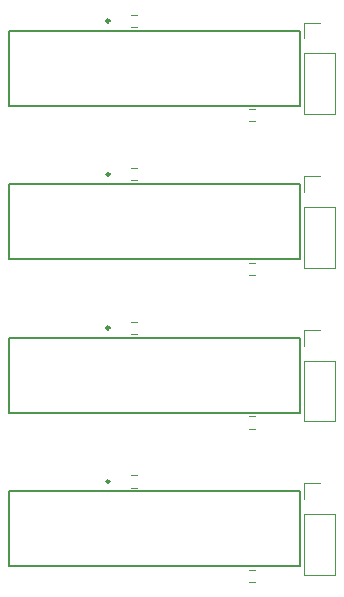
<source format=gbr>
%TF.GenerationSoftware,KiCad,Pcbnew,(5.1.10)-1*%
%TF.CreationDate,2021-10-11T19:14:40+02:00*%
%TF.ProjectId,output.KSI_rotator_endstop,6f757470-7574-42e4-9b53-495f726f7461,rev?*%
%TF.SameCoordinates,Original*%
%TF.FileFunction,Legend,Top*%
%TF.FilePolarity,Positive*%
%FSLAX46Y46*%
G04 Gerber Fmt 4.6, Leading zero omitted, Abs format (unit mm)*
G04 Created by KiCad (PCBNEW (5.1.10)-1) date 2021-10-11 19:14:40*
%MOMM*%
%LPD*%
G01*
G04 APERTURE LIST*
%ADD10C,0.150000*%
%ADD11C,0.250000*%
%ADD12C,0.120000*%
G04 APERTURE END LIST*
D10*
%TO.C,U4*%
X125900000Y-130675000D02*
X125900000Y-124325000D01*
X125900000Y-124325000D02*
X150500000Y-124325000D01*
X150500000Y-124325000D02*
X150500000Y-130675000D01*
X150500000Y-130675000D02*
X125900000Y-130675000D01*
D11*
X134400001Y-123500000D02*
G75*
G03*
X134400001Y-123500000I-125000J0D01*
G01*
D10*
%TO.C,U3*%
X125900000Y-117675000D02*
X125900000Y-111325000D01*
X125900000Y-111325000D02*
X150500000Y-111325000D01*
X150500000Y-111325000D02*
X150500000Y-117675000D01*
X150500000Y-117675000D02*
X125900000Y-117675000D01*
D11*
X134400001Y-110500000D02*
G75*
G03*
X134400001Y-110500000I-125000J0D01*
G01*
D10*
%TO.C,U2*%
X125900000Y-104675000D02*
X125900000Y-98325000D01*
X125900000Y-98325000D02*
X150500000Y-98325000D01*
X150500000Y-98325000D02*
X150500000Y-104675000D01*
X150500000Y-104675000D02*
X125900000Y-104675000D01*
D11*
X134400001Y-97500000D02*
G75*
G03*
X134400001Y-97500000I-125000J0D01*
G01*
D10*
%TO.C,U1*%
X125900000Y-91675000D02*
X125900000Y-85325000D01*
X125900000Y-85325000D02*
X150500000Y-85325000D01*
X150500000Y-85325000D02*
X150500000Y-91675000D01*
X150500000Y-91675000D02*
X125900000Y-91675000D01*
D11*
X134400001Y-84500000D02*
G75*
G03*
X134400001Y-84500000I-125000J0D01*
G01*
D12*
%TO.C,R8*%
X146245276Y-132022500D02*
X146754724Y-132022500D01*
X146245276Y-130977500D02*
X146754724Y-130977500D01*
%TO.C,R7*%
X146245276Y-119022500D02*
X146754724Y-119022500D01*
X146245276Y-117977500D02*
X146754724Y-117977500D01*
%TO.C,R6*%
X136245276Y-124022500D02*
X136754724Y-124022500D01*
X136245276Y-122977500D02*
X136754724Y-122977500D01*
%TO.C,R5*%
X136245276Y-111022500D02*
X136754724Y-111022500D01*
X136245276Y-109977500D02*
X136754724Y-109977500D01*
%TO.C,R4*%
X146245276Y-106022500D02*
X146754724Y-106022500D01*
X146245276Y-104977500D02*
X146754724Y-104977500D01*
%TO.C,R3*%
X136245276Y-98022500D02*
X136754724Y-98022500D01*
X136245276Y-96977500D02*
X136754724Y-96977500D01*
%TO.C,J4*%
X150870000Y-123670000D02*
X152200000Y-123670000D01*
X150870000Y-125000000D02*
X150870000Y-123670000D01*
X150870000Y-126270000D02*
X153530000Y-126270000D01*
X153530000Y-126270000D02*
X153530000Y-131410000D01*
X150870000Y-126270000D02*
X150870000Y-131410000D01*
X150870000Y-131410000D02*
X153530000Y-131410000D01*
%TO.C,J3*%
X150870000Y-110670000D02*
X152200000Y-110670000D01*
X150870000Y-112000000D02*
X150870000Y-110670000D01*
X150870000Y-113270000D02*
X153530000Y-113270000D01*
X153530000Y-113270000D02*
X153530000Y-118410000D01*
X150870000Y-113270000D02*
X150870000Y-118410000D01*
X150870000Y-118410000D02*
X153530000Y-118410000D01*
%TO.C,J2*%
X150870000Y-97670000D02*
X152200000Y-97670000D01*
X150870000Y-99000000D02*
X150870000Y-97670000D01*
X150870000Y-100270000D02*
X153530000Y-100270000D01*
X153530000Y-100270000D02*
X153530000Y-105410000D01*
X150870000Y-100270000D02*
X150870000Y-105410000D01*
X150870000Y-105410000D02*
X153530000Y-105410000D01*
%TO.C,J1*%
X150870000Y-84670000D02*
X152200000Y-84670000D01*
X150870000Y-86000000D02*
X150870000Y-84670000D01*
X150870000Y-87270000D02*
X153530000Y-87270000D01*
X153530000Y-87270000D02*
X153530000Y-92410000D01*
X150870000Y-87270000D02*
X150870000Y-92410000D01*
X150870000Y-92410000D02*
X153530000Y-92410000D01*
%TO.C,R1*%
X136245276Y-85022500D02*
X136754724Y-85022500D01*
X136245276Y-83977500D02*
X136754724Y-83977500D01*
%TO.C,R2*%
X146245276Y-93022500D02*
X146754724Y-93022500D01*
X146245276Y-91977500D02*
X146754724Y-91977500D01*
%TO.C,*%
D10*
%TD*%
M02*

</source>
